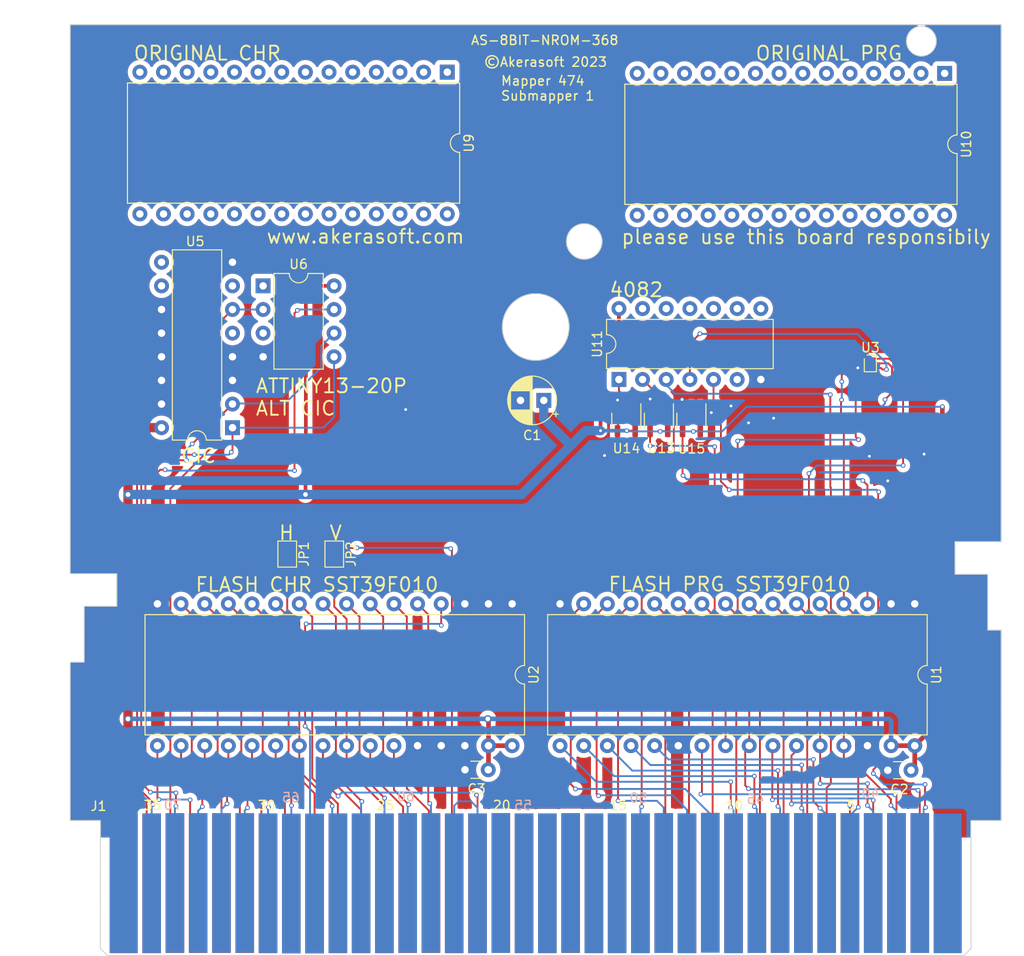
<source format=kicad_pcb>
(kicad_pcb (version 20221018) (generator pcbnew)
  (layers (0 "F.Cu" signal) (31 "B.Cu" signal) (34 "B.Paste" user) (35 "F.Paste" user) (36 "B.SilkS" user "B.Silkscreen") (37 "F.SilkS" user "F.Silkscreen") (38 "B.Mask" user) (39 "F.Mask" user) (44 "Edge.Cuts" user))
  (net 0 "")
  (net 2 "/CIC_CLK")
  (net 4 "GND")
  (net 5 "/CIC_MB")
  (net 6 "/CIC_CART")
  (net 7 "/CIC_RST")
  (net 8 "VCC")
  (net 9 "/PRG_A15")
  (net 10 "/CPU_A12")
  (net 11 "/CPU_A7")
  (net 12 "/CPU_A6")
  (net 13 "/CPU_A5")
  (net 14 "/CPU_A4")
  (net 15 "/CPU_A3")
  (net 16 "/CPU_A2")
  (net 17 "/CPU_A1")
  (net 18 "/CPU_A0")
  (net 19 "/CPU_D0")
  (net 20 "/CPU_D1")
  (net 21 "/CPU_D2")
  (net 22 "/CPU_D3")
  (net 23 "/CPU_D4")
  (net 24 "/CPU_D5")
  (net 25 "/CPU_D6")
  (net 26 "/CPU_D7")
  (net 27 "/CPU_A10")
  (net 28 "/~{OE}")
  (net 29 "/CPU_A11")
  (net 30 "/CPU_A9")
  (net 31 "/CPU_A8")
  (net 32 "/CPU_A13")
  (net 33 "/CPU_A14")
  (net 34 "/PPU_A12")
  (net 35 "/PPU_A7")
  (net 36 "/PPU_A6")
  (net 37 "/PPU_A5")
  (net 38 "/PPU_A4")
  (net 39 "/PPU_A3")
  (net 40 "/PPU_A2")
  (net 41 "/PPU_A1")
  (net 42 "/PPU_A0")
  (net 43 "/PPU_D0")
  (net 44 "/PPU_D1")
  (net 45 "/PPU_D2")
  (net 46 "/PPU_D3")
  (net 47 "/PPU_D4")
  (net 48 "/PPU_D5")
  (net 49 "/PPU_D6")
  (net 50 "/PPU_D7")
  (net 51 "/PPU_A13")
  (net 52 "/PPU_A10")
  (net 53 "/PPU_~{RD}")
  (net 54 "/PPU_A11")
  (net 55 "/PPU_A9")
  (net 56 "/PPU_A8")
  (net 57 "/~{ROMSEL}")
  (net 58 "/CPU_OR_A11_TO_A13")
  (net 59 "/M2")
  (net 61 "/CIC_RESET")
  (net 64 "/CPU_R~{W}")
  (net 71 "/CIRAM_A10")
  (net 79 "Net-(J1-CIRAM_~{CE})")
  (net 136 "/ALTOE")
  (net 137 "/~{ALTOE}")
  (footprint "Capacitor_THT:C_Disc_D3.0mm_W1.6mm_P2.50mm" (layer "F.Cu") (at 142.85 127.77 180)
    (fp_text reference "C2")
    (fp_text value "0.1uF")
  )
  (footprint "Package_DIP:DIP-32_W15.24mm" (layer "F.Cu") (at 100.0067 109.89 -90)
    (fp_text reference "U2")
    (fp_text value "SST39SF010")
  )
  (footprint "Library:NES72PinEdgeConnector2" (layer "F.Cu") (at 55.5866 132.1286)
    (fp_text reference "J1")
    (fp_text value "NES72PinConnector")
    (fp_line (start -3.0508 1.0467) (end 0.2002 1.0431) (stroke (width 0.1)) (layer "Edge.Cuts"))
    (fp_line (start 0.1881 14.7894) (end 0.2002 1.0431) (stroke (width 0.1)) (layer "Edge.Cuts"))
    (fp_line (start 0.1881 14.7894) (end 0.9501 15.5514) (stroke (width 0.1)) (layer "Edge.Cuts"))
    (fp_line (start 0.9501 15.5514) (end 92.9485 15.5454) (stroke (width 0.1)) (layer "Edge.Cuts"))
    (fp_line (start 92.9485 15.5454) (end 93.6994 14.7954) (stroke (width 0.1)) (layer "Edge.Cuts"))
    (fp_line (start 93.698 1.0453) (end 93.6994 14.7954) (stroke (width 0.1)) (layer "Edge.Cuts"))
    (fp_line (start 93.698 1.0453) (end 96.9497 1.0453) (stroke (width 0.1)) (layer "Edge.Cuts"))
  )
  (footprint "Jumper:SolderJumper-2_P1.3mm_Open_Pad1.0x1.5mm" (layer "F.Cu") (at 80.9 104.54 -90)
    (fp_text reference "JP2")
    (fp_text value "V")
  )
  (footprint "Package_TO_SOT_SMD:SOT-23-5" (layer "F.Cu") (at 115.77 90.19 -90)
    (fp_text reference "U13")
    (fp_text value "74AHC1G32")
  )
  (footprint "Package_DIP:DIP-16_W7.62mm" (layer "F.Cu") (at 69.97 90.96 180)
    (fp_text reference "U5")
    (fp_text value "~")
  )
  (footprint "Capacitor_THT:CP_Radial_D5.0mm_P2.50mm" (layer "F.Cu") (at 103.405113 88.03 180)
    (fp_text reference "C1")
    (fp_text value "22uF ELECTROLITIC")
  )
  (footprint "Package_DIP:DIP-32_W15.24mm" (layer "F.Cu") (at 143.25 109.89 -90)
    (fp_text reference "U1")
    (fp_text value "SST39SF010")
  )
  (footprint "Package_TO_SOT_SMD:SOT-886" (layer "F.Cu") (at 138.4808 84.0486)
    (fp_text reference "U3")
    (fp_text value "74LVC1G332")
  )
  (footprint "Capacitor_THT:C_Disc_D3.0mm_W1.6mm_P2.50mm" (layer "F.Cu") (at 97.44 127.72 180)
    (fp_text reference "C3")
    (fp_text value "0.1uF")
  )
  (footprint "Package_TO_SOT_SMD:SOT-23-5" (layer "F.Cu") (at 119.26 90.19 -90)
    (fp_text reference "U15")
    (fp_text value "74AHC1G04")
  )
  (footprint "Package_DIP:DIP-28_W15.24mm" (layer "F.Cu") (at 146.46 52.885 -90)
    (fp_text reference "U10")
    (fp_text value "MROM")
  )
  (footprint "Package_TO_SOT_SMD:SOT-23-5" (layer "F.Cu") (at 112.27 90.19 -90)
    (fp_text reference "U14")
    (fp_text value "74AHC1G04")
  )
  (footprint "Package_DIP:DIP-8_W7.62mm" (layer "F.Cu") (at 73.26 75.72)
    (fp_text reference "U6")
    (fp_text value "ATtiny13-20P")
  )
  (footprint "Jumper:SolderJumper-2_P1.3mm_Open_Pad1.0x1.5mm" (layer "F.Cu") (at 75.85 104.54 -90)
    (fp_text reference "JP1")
    (fp_text value "H")
  )
  (footprint "Package_DIP:DIP-28_W15.24mm" (layer "F.Cu") (at 93.04 52.755 -90)
    (fp_text reference "U9")
    (fp_text value "MROM")
  )
  (footprint "Package_DIP:DIP-14_W7.62mm" (layer "F.Cu") (at 111.475 85.78 90)
    (fp_text reference "U11")
    (fp_text value "4082")
  )
  (gr_line (start 152.5368 47.6449) (end 152.536 103.2051) (stroke (width 0.1)) (layer "Edge.Cuts"))
  (gr_line (start 57.5387 106.6459) (end 57.5388 110.1471) (stroke (width 0.1)) (layer "Edge.Cuts"))
  (gr_line (start 147.5821 103.2051) (end 152.536 103.2051) (stroke (width 0.1)) (layer "Edge.Cuts"))
  (gr_line (start 151.0836 112.7024) (end 152.5386 112.6997) (stroke (width 0.1)) (layer "Edge.Cuts"))
  (gr_line (start 147.5836 106.7034) (end 147.5821 103.2051) (stroke (width 0.1)) (layer "Edge.Cuts"))
  (gr_line (start 52.5376 47.6447) (end 152.5368 47.6449) (stroke (width 0.1)) (layer "Edge.Cuts"))
  (gr_circle (center 143.9597 49.419) (end 145.5613 49.419) (stroke (width 0.1)) (fill none) (layer "Edge.Cuts"))
  (gr_line (start 152.5363 133.1739) (end 152.5388 119.6494) (stroke (width 0.1)) (layer "Edge.Cuts"))
  (gr_line (start 152.5388 119.6494) (end 152.5386 112.6997) (stroke (width 0.1)) (layer "Edge.Cuts"))
  (gr_line (start 52.538 116.1433) (end 54.0388 116.146) (stroke (width 0.1)) (layer "Edge.Cuts"))
  (gr_line (start 54.0396 110.1462) (end 57.5388 110.1471) (stroke (width 0.1)) (layer "Edge.Cuts"))
  (gr_circle (center 107.7494 70.9483) (end 109.6544 70.9483) (stroke (width 0.1)) (fill none) (layer "Edge.Cuts"))
  (gr_line (start 54.0388 116.146) (end 54.0396 110.1462) (stroke (width 0.1)) (layer "Edge.Cuts"))
  (gr_circle (center 102.5366 80.1402) (end 106.1137 80.1402) (stroke (width 0.1)) (fill none) (layer "Edge.Cuts"))
  (gr_line (start 147.5836 106.7034) (end 151.0828 106.7025) (stroke (width 0.1)) (layer "Edge.Cuts"))
  (gr_line (start 52.5376 47.6447) (end 52.5391 106.6486) (stroke (width 0.1)) (layer "Edge.Cuts"))
  (gr_line (start 151.0828 106.7025) (end 151.0836 112.7024) (stroke (width 0.1)) (layer "Edge.Cuts"))
  (gr_line (start 52.5391 106.6486) (end 57.5387 106.6459) (stroke (width 0.1)) (layer "Edge.Cuts"))
  (gr_line (start 52.5358 133.1753) (end 52.538 116.1433) (stroke (width 0.1)) (layer "Edge.Cuts"))
  (gr_text "ORIGINAL CHR" (at 59.25 51.6) (layer "F.SilkS") (effects (font (size 1.5 1.5) (thickness 0.2)) (justify left bottom)))
  (gr_text "©Akerasoft 2023" (at 96.894474 52.2478) (layer "F.SilkS") (effects (font (size 1 1)) (justify left bottom)))
  (gr_text "CIC" (at 64.34 94.86) (layer "F.SilkS") (effects (font (size 1.5 1.5) (thickness 0.2)) (justify left bottom)))
  (gr_text "ORIGINAL PRG" (at 126.04 51.61) (layer "F.SilkS") (effects (font (size 1.5 1.5) (thickness 0.2)) (justify left bottom)))
  (gr_text "please use this board responsibily" (at 111.63 71.34) (layer "F.SilkS") (effects (font (size 1.5 1.5) (thickness 0.2)) (justify left bottom)))
  (gr_text "FLASH PRG SST39F010 " (at 110.24 108.66) (layer "F.SilkS") (effects (font (size 1.5 1.5) (thickness 0.2)) (justify left bottom)))
  (gr_text "AS-8BIT-NROM-368" (at 95.504 49.911) (layer "F.SilkS") (effects (font (size 1 1)) (justify left bottom)))
  (gr_text "ATTINY13-20P\nALT CIC" (at 72.3646 89.7636) (layer "F.SilkS") (effects (font (size 1.5 1.5) (thickness 0.2)) (justify left bottom)))
  (gr_text "4082" (at 110.35 77.02) (layer "F.SilkS") (effects (font (size 1.5 1.5) (thickness 0.2)) (justify left bottom)))
  (gr_text "V" (at 80.29 103.14) (layer "F.SilkS") (effects (font (size 1.5 1.5) (thickness 0.2)) (justify left bottom)))
  (gr_text "FLASH CHR SST39F010 " (at 65.88 108.7) (layer "F.SilkS") (effects (font (size 1.5 1.5) (thickness 0.2)) (justify left bottom)))
  (gr_text "www.akerasoft.com" (at 73.52 71.28) (layer "F.SilkS") (effects (font (size 1.5 1.5) (thickness 0.2)) (justify left bottom)))
  (gr_text "Mapper 474\nSubmapper 1" (at 98.7298 55.88) (layer "F.SilkS") (effects (font (size 1 1)) (justify left bottom)))
  (gr_text "H" (at 74.85 103.14) (layer "F.SilkS") (effects (font (size 1.5 1.5) (thickness 0.2)) (justify left bottom)))
  (segment (start 61.41 131.233604) (end 60.228198 130.051802) (width 0.2) (layer "F.Cu") (net 2))
  (segment (start 60.17 129.993604) (end 60.17 96.866396) (width 0.2) (layer "F.Cu") (net 2))
  (segment (start 67.12 91.23) (end 65.65 92.7) (width 0.2) (layer "F.Cu") (net 2))
  (segment (start 60.17 96.866396) (end 62.576896 94.4595) (width 0.2) (layer "F.Cu") (net 2))
  (segment (start 62.576896 94.4595) (end 65.02 94.4595) (width 0.2) (layer "F.Cu") (net 2))
  (segment (start 60.228198 130.051802) (end 60.17 129.993604) (width 0.2) (layer "F.Cu") (net 2))
  (segment (start 69.97 78.26) (end 67.12 81.11) (width 0.2) (layer "F.Cu") (net 2))
  (segment (start 67.12 81.11) (end 67.12 91.23) (width 0.2) (layer "F.Cu") (net 2))
  (segment (start 61.41 131.44) (end 61.41 131.233604) (width 0.2) (layer "F.Cu") (net 2))
  (via (at 65.02 94.4595) (size 0.5) (drill 0.3) (layers "F.Cu" "B.Cu") (net 2))
  (via (at 65.65 92.7) (size 0.5) (drill 0.3) (layers "F.Cu" "B.Cu") (net 2))
  (via (at 61.41 131.44) (size 0.5) (drill 0.3) (layers "F.Cu" "B.Cu") (net 2))
  (segment (start 65.02 94.4595) (end 65.02 93.33) (width 0.2) (layer "B.Cu") (net 2))
  (segment (start 69.97 78.26) (end 73.26 78.26) (width 0.2) (layer "B.Cu") (net 2))
  (segment (start 65.02 93.33) (end 65.65 92.7) (width 0.2) (layer "B.Cu") (net 2))
  (segment (start 61.2866 139.9036) (end 61.2866 131.5634) (width 0.2) (layer "B.Cu") (net 2))
  (segment (start 61.2866 131.5634) (end 61.41 131.44) (width 0.2) (layer "B.Cu") (net 2))
  (segment (start 138.1408 84.0486) (end 137.5918 84.0486) (width 0.2) (layer "F.Cu") (net 4))
  (segment (start 137.1092 84.5312) (end 137.16 84.4804) (width 0.2) (layer "F.Cu") (net 4))
  (segment (start 111.32 89.0525) (end 111.32 88) (width 0.2) (layer "F.Cu") (net 4))
  (segment (start 118.31 87.98) (end 118.26 87.93) (width 0.2) (layer "F.Cu") (net 4))
  (segment (start 137.1346 84.5312) (end 137.1092 84.5312) (width 0.2) (layer "F.Cu") (net 4))
  (segment (start 137.1346 84.5058) (end 137.1346 84.5312) (width 0.2) (layer "F.Cu") (net 4))
  (segment (start 114.82 89.0525) (end 114.82 87.89) (width 0.2) (layer "F.Cu") (net 4))
  (segment (start 118.31 89.0525) (end 118.31 87.98) (width 0.2) (layer "F.Cu") (net 4))
  (segment (start 137.5918 84.0486) (end 137.1346 84.5058) (width 0.2) (layer "F.Cu") (net 4))
  (segment (start 114.82 87.89) (end 114.83 87.88) (width 0.2) (layer "F.Cu") (net 4))
  (segment (start 111.32 88) (end 111.33 87.99) (width 0.2) (layer "F.Cu") (net 4))
  (via (at 121.4 89.34) (size 0.5) (drill 0.3) (layers "F.Cu" "B.Cu") (net 4))
  (via (at 137.1346 84.5312) (size 0.5) (drill 0.3) (layers "F.Cu" "B.Cu") (net 4))
  (via (at 144.25 93.8) (size 0.5) (drill 0.3) (layers "F.Cu" "B.Cu") (net 4))
  (via (at 118.26 87.93) (size 0.5) (drill 0.3) (layers "F.Cu" "B.Cu") (net 4))
  (via (at 128.09 89.94) (size 0.5) (drill 0.3) (layers "F.Cu" "B.Cu") (net 4))
  (via (at 125.4 90.44) (size 0.5) (drill 0.3) (layers "F.Cu" "B.Cu") (net 4))
  (via (at 88.57 89.01) (size 0.5) (drill 0.3) (layers "F.Cu" "B.Cu") (net 4))
  (via (at 138.38 94.03) (size 0.5) (drill 0.3) (layers "F.Cu" "B.Cu") (net 4))
  (via (at 111.33 87.99) (size 0.5) (drill 0.3) (layers "F.Cu" "B.Cu") (net 4))
  (via (at 123.51 88.62) (size 0.5) (drill 0.3) (layers "F.Cu" "B.Cu") (net 4))
  (via (at 140.35 96.67) (size 0.5) (drill 0.3) (layers "F.Cu" "B.Cu") (net 4))
  (via (at 109.93 93.95) (size 0.5) (drill 0.3) (layers "F.Cu" "B.Cu") (net 4))
  (via (at 114.83 87.88) (size 0.5) (drill 0.3) (layers "F.Cu" "B.Cu") (net 4))
  (segment (start 73.74 83.42) (end 69.97 83.42) (width 0.2) (layer "B.Cu") (net 4))
  (segment (start 69.97 93.46) (end 69.97 90.96) (width 0.2) (layer "F.Cu") (net 5))
  (segment (start 69.84 93.59) (end 69.97 93.46) (width 0.2) (layer "F.Cu") (net 5))
  (segment (start 60.7567 139.3987) (end 60.7567 131.2167) (width 0.2) (layer "F.Cu") (net 5))
  (segment (start 59.72 130.18) (end 59.72 96.68) (width 0.2) (layer "F.Cu") (net 5))
  (segment (start 60.7567 131.2167) (end 59.72 130.18) (width 0.2) (layer "F.Cu") (net 5))
  (segment (start 62.54 93.86) (end 65.87 93.86) (width 0.2) (layer "F.Cu") (net 5))
  (segment (start 59.72 96.68) (end 62.54 93.86) (width 0.2) (layer "F.Cu") (net 5))
  (via (at 69.84 93.59) (size 0.5) (drill 0.3) (layers "F.Cu" "B.Cu") (net 5))
  (via (at 65.87 93.86) (size 0.5) (drill 0.3) (layers "F.Cu" "B.Cu") (net 5))
  (segment (start 69.57 93.86) (end 69.84 93.59) (width 0.2) (layer "B.Cu") (net 5))
  (segment (start 80.88 89.82) (end 79.74 90.96) (width 0.2) (layer "B.Cu") (net 5))
  (segment (start 80.88 83.34) (end 80.88 89.82) (width 0.2) (layer "B.Cu") (net 5))
  (segment (start 79.74 90.96) (end 69.97 90.96) (width 0.2) (layer "B.Cu") (net 5))
  (segment (start 65.87 93.86) (end 69.57 93.86) (width 0.2) (layer "B.Cu") (net 5))
  (segment (start 63.2967 139.4137) (end 63.2967 97.5033) (width 0.2) (layer "F.Cu") (net 6))
  (segment (start 68.26 92.54) (end 68.26 90.13) (width 0.2) (layer "F.Cu") (net 6))
  (segment (start 68.26 90.13) (end 69.97 88.42) (width 0.2) (layer "F.Cu") (net 6))
  (segment (start 63.2967 97.5033) (end 68.26 92.54) (width 0.2) (layer "F.Cu") (net 6))
  (segment (start 80.88 80.8) (end 79.51 82.17) (width 0.2) (layer "B.Cu") (net 6))
  (segment (start 70.03 88.36) (end 75.62 88.36) (width 0.2) (layer "B.Cu") (net 6))
  (segment (start 79.51 82.17) (end 79.51 84.47) (width 0.2) (layer "B.Cu") (net 6))
  (segment (start 79.51 84.47) (end 75.62 88.36) (width 0.2) (layer "B.Cu") (net 6))
  (segment (start 76.63 95.57) (end 76.63 78.66) (width 0.2) (layer "F.Cu") (net 7))
  (segment (start 60.62 97.07) (end 60.62 129.595782) (width 0.2) (layer "F.Cu") (net 7))
  (segment (start 76.63 78.66) (end 76.94 78.35) (width 0.2) (layer "F.Cu") (net 7))
  (segment (start 62.73 95.48) (end 62.21 95.48) (width 0.2) (layer "F.Cu") (net 7))
  (segment (start 63.8962 130.21) (end 63.8962 131.63) (width 0.2) (layer "F.Cu") (net 7))
  (segment (start 60.62 129.595782) (end 61.152109 130.127891) (width 0.2) (layer "F.Cu") (net 7))
  (segment (start 62.21 95.48) (end 60.62 97.07) (width 0.2) (layer "F.Cu") (net 7))
  (via (at 62.73 95.48) (size 0.5) (drill 0.3) (layers "F.Cu" "B.Cu") (net 7))
  (via (at 63.8962 131.63) (size 0.5) (drill 0.3) (layers "F.Cu" "B.Cu") (net 7))
  (via (at 63.8962 130.21) (size 0.5) (drill 0.3) (layers "F.Cu" "B.Cu") (net 7))
  (via (at 76.94 78.35) (size 0.5) (drill 0.3) (layers "F.Cu" "B.Cu") (net 7))
  (via (at 76.63 95.57) (size 0.5) (drill 0.3) (layers "F.Cu" "B.Cu") (net 7))
  (via (at 61.152109 130.127891) (size 0.5) (drill 0.3) (layers "F.Cu" "B.Cu") (net 7))
  (segment (start 61.152109 130.127891) (end 63.814091 130.127891) (width 0.2) (layer "B.Cu") (net 7))
  (segment (start 77.03 78.26) (end 80.88 78.26) (width 0.2) (layer "B.Cu") (net 7))
  (segment (start 76.94 78.35) (end 77.03 78.26) (width 0.2) (layer "B.Cu") (net 7))
  (segment (start 62.82 95.57) (end 62.73 95.48) (width 0.2) (layer "B.Cu") (net 7))
  (segment (start 76.63 95.57) (end 62.82 95.57) (width 0.2) (layer "B.Cu") (net 7))
  (segment (start 63.7866 139.8786) (end 63.7866 131.7396) (width 0.2) (layer "B.Cu") (net 7))
  (segment (start 63.814091 130.127891) (end 63.8962 130.21) (width 0.2) (layer "B.Cu") (net 7))
  (segment (start 63.7866 131.7396) (end 63.8962 131.63) (width 0.2) (layer "B.Cu") (net 7))
  (segment (start 58.75 98.14) (end 58.75 122.25) (width 1) (layer "F.Cu") (net 8))
  (segment (start 146.215 88.7) (end 146.215 122.165) (width 0.5) (layer "F.Cu") (net 8))
  (segment (start 58.75 122.25) (end 58.75 128.89) (width 1) (layer "F.Cu") (net 8))
  (segment (start 140.0556 87.9348) (end 140.808 87.1824) (width 0.2) (layer "F.Cu") (net 8))
  (segment (start 140.71 125.13) (end 143.25 125.13) (width 0.5) (layer "F.Cu") (net 8))
  (segment (start 58.2866 129.3534) (end 58.2866 139.9286) (width 1) (layer "F.Cu") (net 8))
  (segment (start 115.9425 91.3275) (end 115.91 91.36) (width 0.2) (layer "F.Cu") (net 8))
  (segment (start 60.3 90.96) (end 58.75 92.51) (width 1) (layer "F.Cu") (net 8))
  (segment (start 140.808 84.460471) (end 140.396129 84.0486) (width 0.2) (layer "F.Cu") (net 8))
  (segment (start 78.98 75.72) (end 77.81 76.89) (width 0.4) (layer "F.Cu") (net 8))
  (segment (start 77.85 96.1) (end 77.81 96.14) (width 0.4) (layer "F.Cu") (net 8))
  (segment (start 58.75 128.89) (end 58.2866 129.3534) (width 1) (layer "F.Cu") (net 8))
  (segment (start 109.5 82.74) (end 111.475 80.765) (width 0.4) (layer "F.Cu") (net 8))
  (segment (start 97.4667 125.13) (end 97.4667 127.6933) (width 0.5) (layer "F.Cu") (net 8))
  (segment (start 109.5 91.28) (end 109.5 82.74) (width 0.4) (layer "F.Cu") (net 8))
  (segment (start 140.808 87.1824) (end 140.808 84.460471) (width 0.2) (layer "F.Cu") (net 8))
  (segment (start 143.25 127.37) (end 142.85 127.77) (width 0.5) (layer "F.Cu") (net 8))
  (segment (start 119.5025 91.3275) (end 119.47 91.36) (width 0.2) (layer "F.Cu") (net 8))
  (segment (start 140.396129 84.0486) (end 138.8208 84.0486) (width 0.2) (layer "F.Cu") (net 8))
  (segment (start 97.4667 122.3267) (end 97.39 122.25) (width 0.5) (layer "F.Cu") (net 8))
  (segment (start 77.81 96.14) (end 77.81 98.14) (width 0.4) (layer "F.Cu") (net 8))
  (segment (start 120.21 91.3275) (end 119.5025 91.3275) (width 0.2) (layer "F.Cu") (net 8))
  (segment (start 111.475 80.765) (end 111.475 78.16) (width 0.4) (layer "F.Cu") (net 8))
  (segment (start 143.25 125.13) (end 143.25 127.37) (width 0.5) (layer "F.Cu") (net 8))
  (segment (start 112.31 91.28) (end 113.1725 91.28) (width 0.2) (layer "F.Cu") (net 8))
  (segment (start 77.85 76.93) (end 77.85 96.1) (width 0.4) (layer "F.Cu") (net 8))
  (segment (start 146.215 122.165) (end 143.25 125.13) (width 0.5) (layer "F.Cu") (net 8))
  (segment (start 100.0067 125.13) (end 97.4667 125.13) (width 0.5) (layer "F.Cu") (net 8))
  (segment (start 62.35 90.96) (end 60.3 90.96) (width 1) (layer "F.Cu") (net 8))
  (segment (start 80.88 75.72) (end 78.98 75.72) (width 0.4) (layer "F.Cu") (net 8))
  (segment (start 58.75 92.51) (end 58.75 98.14) (width 1) (layer "F.Cu") (net 8))
  (segment (start 77.81 76.89) (end 77.85 76.93) (width 0.4) (layer "F.Cu") (net 8))
  (segment (start 97.4667 125.13) (end 97.4667 122.3267) (width 0.5) (layer "F.Cu") (net 8))
  (segment (start 116.72 91.3275) (end 115.9425 91.3275) (width 0.2) (layer "F.Cu") (net 8))
  (via (at 77.81 98.14) (size 0.8) (drill 0.5) (layers "F.Cu" "B.Cu") (net 8))
  (via (at 58.75 98.14) (size 0.8) (drill 0.5) (layers "F.Cu" "B.Cu") (net 8))
  (via (at 115.91 91.36) (size 0.5) (drill 0.3) (layers "F.Cu" "B.Cu") (net 8))
  (via (at 119.47 91.36) (size 0.5) (drill 0.3) (layers "F.Cu" "B.Cu") (net 8))
  (via (at 146.215 88.7) (size 0.5) (drill 0.3) (layers "F.Cu" "B.Cu") (net 8))
  (via (at 58.75 122.25) (size 0.8) (drill 0.5) (layers "F.Cu" "B.Cu") (net 8))
  (via (at 112.31 91.28) (size 0.5) (drill 0.3) (layers "F.Cu" "B.Cu") (net 8))
  (via (at 97.39 122.25) (size 0.8) (drill 0.5) (layers "F.Cu" "B.Cu") (net 8))
  (via (at 140.0556 87.9348) (size 0.5) (drill 0.3) (layers "F.Cu" "B.Cu") (net 8))
  (via (at 109.5 91.28) (size 0.5) (drill 0.3) (layers "F.Cu" "B.Cu") (net 8))
  (segment (start 140.71 122.48) (end 140.71 125.13) (width 0.5) (layer "B.Cu") (net 8))
  (segment (start 115.91 91.36) (end 119.47 91.36) (width 0.2) (layer "B.Cu") (net 8))
  (segment (start 140.48 122.25) (end 140.71 122.48) (width 0.5) (layer "B.Cu") (net 8))
  (segment (start 103.405113 88.03) (end 103.405113 89.975113) (width 1) (layer "B.Cu") (net 8))
  (segment (start 139.7 88.71) (end 146.205 88.71) (width 0.2) (layer "B.Cu") (net 8))
  (segment (start 112.39 91.36) (end 112.31 91.28) (width 0.2) (layer "B.Cu") (net 8))
  (segment (start 115.91 91.36) (end 112.39 91.36) (width 0.2) (layer "B.Cu") (net 8))
  (segment (start 107.9 91.28) (end 106.305 92.875) (width 1) (layer "B.Cu") (net 8))
  (segment (start 125.2 88.71) (end 139.7 88.71) (width 0.2) (layer "B.Cu") (net 8))
  (segment (start 77.81 98.14) (end 58.75 98.14) (width 1) (layer "B.Cu") (net 8))
  (segment (start 103.405113 89.975113) (end 106.305 92.875) (width 1) (layer "B.Cu") (net 8))
  (segment (start 146.205 88.71) (end 146.215 88.7) (width 0.2) (layer "B.Cu") (net 8))
  (segment (start 109.5 91.28) (end 112.31 91.28) (width 0.4) (layer "B.Cu") (net 8))
  (segment (start 122.55 91.36) (end 125.2 88.71) (width 0.2) (layer "B.Cu") (net 8))
  (segment (start 101.04 98.14) (end 77.81 98.14) (width 1) (layer "B.Cu") (net 8))
  (segment (start 97.39 122.25) (end 58.75 122.25) (width 0.5) (layer "B.Cu") (net 8))
  (segment (start 140.0556 88.3544) (end 139.7 88.71) (width 0.2) (layer "B.Cu") (net 8))
  (segment (start 109.5 91.28) (end 107.9 91.28) (width 1) (layer "B.Cu") (net 8))
  (segment (start 106.305 92.875) (end 101.04 98.14) (width 1) (layer "B.Cu") (net 8))
  (segment (start 97.39 122.25) (end 140.48 122.25) (width 0.5) (layer "B.Cu") (net 8))
  (segment (start 140.0556 87.9348) (end 140.0556 88.3544) (width 0.2) (layer "B.Cu") (net 8))
  (segment (start 119.47 91.36) (end 122.55 91.36) (width 0.2) (layer "B.Cu") (net 8))
  (segment (start 118.31 91.3275) (end 118.31 96.05) (width 0.2) (layer "F.Cu") (net 9))
  (segment (start 138.17 97.14) (end 138.17 109.89) (width 0.2) (layer "F.Cu") (net 9))
  (segment (start 137.67 96.64) (end 138.17 97.14) (width 0.2) (layer "F.Cu") (net 9))
  (segment (start 118.31 96.05) (end 118.36 96.1) (width 0.2) (layer "F.Cu") (net 9))
  (via (at 118.36 96.1) (size 0.5) (drill 0.3) (layers "F.Cu" "B.Cu") (net 9))
  (via (at 137.67 96.64) (size 0.5) (drill 0.3) (layers "F.Cu" "B.Cu") (net 9))
  (segment (start 118.76 96.5) (end 137.53 96.5) (width 0.2) (layer "B.Cu") (net 9))
  (segment (start 137.53 96.5) (end 137.67 96.64) (width 0.2) (layer "B.Cu") (net 9))
  (segment (start 118.36 96.1) (end 118.76 96.5) (width 0.2) (layer "B.Cu") (net 9))
  (segment (start 136.94 111.2) (end 135.63 109.89) (width 0.2) (layer "F.Cu") (net 10))
  (segment (start 135.63 90.908529) (end 135.33 90.608529) (width 0.2) (layer "F.Cu") (net 10))
  (segment (start 140.6871 131.55) (end 140.6871 130.879071) (width 0.2) (layer "F.Cu") (net 10))
  (segment (start 135.4074 86.0044) (end 135.4074 85.3186) (width 0.2) (layer "F.Cu") (net 10))
  (segment (start 135.33 88.03) (end 135.39 87.97) (width 0.2) (layer "F.Cu") (net 10))
  (segment (start 135.4074 85.3186) (end 137.1774 83.5486) (width 0.2) (layer "F.Cu") (net 10))
  (segment (start 137.1774 83.5486) (end 138.1408 83.5486) (width 0.2) (layer "F.Cu") (net 10))
  (segment (start 136.94 127.131971) (end 136.94 111.2) (width 0.2) (layer "F.Cu") (net 10))
  (segment (start 135.33 90.608529) (end 135.33 88.03) (width 0.2) (layer "F.Cu") (net 10))
  (segment (start 135.63 90.908529) (end 135.63 109.89) (width 0.2) (layer "F.Cu") (net 10))
  (segment (start 140.6871 130.879071) (end 136.94 127.131971) (width 0.2) (layer "F.Cu") (net 10))
  (via (at 135.4074 86.0044) (size 0.5) (drill 0.3) (layers "F.Cu" "B.Cu") (net 10))
  (via (at 135.39 87.97) (size 0.5) (drill 0.3) (layers "F.Cu" "B.Cu") (net 10))
  (via (at 140.6871 131.55) (size 0.5) (drill 0.3) (layers "F.Cu" "B.Cu") (net 10))
  (segment (start 141.2866 132.1495) (end 140.6871 131.55) (width 0.2) (layer "B.Cu") (net 10))
  (segment (start 135.4074 87.9526) (end 135.39 87.97) (width 0.2) (layer "B.Cu") (net 10))
  (segment (start 135.4074 86.0044) (end 135.4074 87.9526) (width 0.2) (layer "B.Cu") (net 10))
  (segment (start 141.2866 139.9036) (end 141.2866 132.1495) (width 0.2) (layer "B.Cu") (net 10))
  (segment (start 134.24 111.04) (end 134.24 129.2) (width 0.2) (layer "F.Cu") (net 11))
  (segment (start 134.24 129.2) (end 133.7866 129.6534) (width 0.2) (layer "F.Cu") (net 11))
  (segment (start 134.24 111.04) (end 133.09 109.89) (width 0.2) (layer "F.Cu") (net 11))
  (segment (start 133.7866 129.6534) (end 133.7866 139.8786) (width 0.2) (layer "F.Cu") (net 11))
  (segment (start 130.55 109.89) (end 131.7 111.04) (width 0.2) (layer "F.Cu") (net 12))
  (segment (start 131.7 111.04) (end 131.7 139.4652) (width 0.2) (layer "F.Cu") (net 12))
  (segment (start 129.16 111.04) (end 129.16 139.5052) (width 0.2) (layer "F.Cu") (net 13))
  (segment (start 128.01 109.89) (end 129.16 111.04) (width 0.2) (layer "F.Cu") (net 13))
  (segment (start 126.62 111.04) (end 126.62 139.5452) (width 0.2) (layer "F.Cu") (net 14))
  (segment (start 125.47 109.89) (end 126.62 111.04) (width 0.2) (layer "F.Cu") (net 14))
  (segment (start 122.93 109.89) (end 124.08 111.04) (width 0.2) (layer "F.Cu") (net 15))
  (segment (start 124.08 111.04) (end 124.08 139.6102) (width 0.2) (layer "F.Cu") (net 15))
  (segment (start 121.54 111.04) (end 121.54 139.6002) (width 0.2) (layer "F.Cu") (net 16))
  (segment (start 120.39 109.89) (end 121.54 111.04) (width 0.2) (layer "F.Cu") (net 16))
  (segment (start 117.85 109.89) (end 119 111.04) (width 0.2) (layer "F.Cu") (net 17))
  (segment (start 119 111.04) (end 119 139.6902) (width 0.2) (layer "F.Cu") (net 17))
  (segment (start 115.31 109.89) (end 116.46 111.04) (width 0.2) (layer "F.Cu") (net 18))
  (segment (start 116.46 111.04) (end 116.46 139.7052) (width 0.2) (layer "F.Cu") (net 18))
  (segment (start 112.77 109.89) (end 111.38 111.28) (width 0.2) (layer "F.Cu") (net 19))
  (segment (start 111.38 111.28) (end 111.38 131.06) (width 0.2) (layer "F.Cu") (net 19))
  (via (at 111.38 131.06) (size 0.5) (drill 0.3) (layers "F.Cu" "B.Cu") (net 19))
  (segment (start 115.56 131.06) (end 116.2866 131.7866) (width 0.2) (layer "B.Cu") (net 19))
  (segment (start 111.38 131.06) (end 115.56 131.06) (width 0.2) (layer "B.Cu") (net 19))
  (segment (start 116.2866 131.7866) (end 116.2866 139.9036) (width 0.2) (layer "B.Cu") (net 19))
  (segment (start 110.23 109.89) (end 109.08 111.04) (width 0.2) (layer "F.Cu") (net 20))
  (segment (start 109.08 130.3) (end 109.29 130.51) (width 0.2) (layer "F.Cu") (net 20))
  (segment (start 109.08 111.04) (end 109.08 130.3) (width 0.2) (layer "F.Cu") (net 20))
  (via (at 109.29 130.51) (size 0.5) (drill 0.3) (layers "F.Cu" "B.Cu") (net 20))
  (segment (start 109.34 130.46) (end 117.26 130.46) (width 0.2) (layer "B.Cu") (net 20))
  (segment (start 118.35 131.55) (end 118.35 131.58) (width 0.2) (layer "B.Cu") (net 20))
  (segment (start 117.26 130.46) (end 118.35 131.55) (width 0.2) (layer "B.Cu") (net 20))
  (segment (start 118.35 131.58) (end 118.7866 132.0166) (width 0.2) (layer "B.Cu") (net 20))
  (segment (start 109.29 130.51) (end 109.34 130.46) (width 0.2) (layer "B.Cu") (net 20))
  (segment (start 118.7866 132.0166) (end 118.7866 139.9286) (width 0.2) (layer "B.Cu") (net 20))
  (segment (start 106.3 129.27) (end 106.81 129.78) (width 0.2) (layer "F.Cu") (net 21))
  (segment (start 107.69 109.89) (end 106.3 111.28) (width 0.2) (layer "F.Cu") (net 21))
  (segment (start 106.3 111.28) (end 106.3 129.27) (width 0.2) (layer "F.Cu") (net 21))
  (via (at 106.81 129.78) (size 0.5) (drill 0.3) (layers "F.Cu" "B.Cu") (net 21))
  (segment (start 118.59 129.78) (end 121.2866 132.4766) (width 0.2) (layer "B.Cu") (net 21))
  (segment (start 106.81 129.78) (end 118.59 129.78) (width 0.2) (layer "B.Cu") (net 21))
  (segment (start 123.4805 131.77) (end 123.4805 129.008) (width 0.2) (layer "F.Cu") (net 22))
  (via (at 123.4805 131.77) (size 0.5) (drill 0.3) (layers "F.Cu" "B.Cu") (net 22))
  (via (at 123.4805 129.008) (size 0.5) (drill 0.3) (layers "F.Cu" "B.Cu") (net 22))
  (segment (start 109.028 129.008) (end 105.15 125.13) (width 0.2) (layer "B.Cu") (net 22))
  (segment (start 123.7866 132.0761) (end 123.4805 131.77) (width 0.2) (layer "B.Cu") (net 22))
  (segment (start 123.7866 139.9286) (end 123.7866 132.0761) (width 0.2) (layer "B.Cu") (net 22))
  (segment (start 123.4805 129.008) (end 109.028 129.008) (width 0.2) (layer "B.Cu") (net 22))
  (segment (start 126.0205 131.67) (end 126.0205 128.4085) (width 0.2) (layer "F.Cu") (net 23))
  (via (at 126.0205 128.4085) (size 0.5) (drill 0.3) (layers "F.Cu" "B.Cu") (net 23))
  (via (at 126.0205 131.67) (size 0.5) (drill 0.3) (layers "F.Cu" "B.Cu") (net 23))
  (segment (start 126.2866 131.9361) (end 126.0205 131.67) (width 0.2) (layer "B.Cu") (net 23))
  (segment (start 110.9685 128.4085) (end 107.69 125.13) (width 0.2) (layer "B.Cu") (net 23))
  (segment (start 126.2866 139.9036) (end 126.2866 131.9361) (width 0.2) (layer "B.Cu") (net 23))
  (segment (start 126.0205 128.4085) (end 110.9685 128.4085) (width 0.2) (layer "B.Cu") (net 23))
  (segment (start 128.5605 127.8195) (end 128.55 127.809) (width 0.2) (layer "F.Cu") (net 24))
  (segment (start 128.5605 131.65) (end 128.5605 127.8195) (width 0.2) (layer "F.Cu") (net 24))
  (via (at 128.5605 131.65) (size 0.5) (drill 0.3) (layers "F.Cu" "B.Cu") (net 24))
  (via (at 128.55 127.809) (size 0.5) (drill 0.3) (layers "F.Cu" "B.Cu") (net 24))
  (segment (start 128.7866 131.8761) (end 128.5605 131.65) (width 0.2) (layer "B.Cu") (net 24))
  (segment (start 112.909 127.809) (end 110.23 125.13) (width 0.2) (layer "B.Cu") (net 24))
  (segment (start 128.55 127.809) (end 112.909 127.809) (width 0.2) (layer "B.Cu") (net 24))
  (segment (start 128.7866 139.9036) (end 128.7866 131.8761) (width 0.2) (layer "B.Cu") (net 24))
  (segment (start 131.1 131.8495) (end 131.1 127.2095) (width 0.2) (layer "F.Cu") (net 25))
  (via (at 131.1 131.8495) (size 0.5) (drill 0.3) (layers "F.Cu" "B.Cu") (net 25))
  (via (at 131.1 127.2095) (size 0.5) (drill 0.3) (layers "F.Cu" "B.Cu") (net 25))
  (segment (start 114.8495 127.2095) (end 112.77 125.13) (width 0.2) (layer "B.Cu") (net 25))
  (segment (start 131.2866 139.9036) (end 131.2866 132.0361) (width 0.2) (layer "B.Cu") (net 25))
  (segment (start 131.1 127.2095) (end 114.8495 127.2095) (width 0.2) (layer "B.Cu") (net 25))
  (segment (start 131.2866 132.0361) (end 131.1 131.8495) (width 0.2) (layer "B.Cu") (net 25))
  (segment (start 133.08 131.8495) (end 132.36 131.1295) (width 0.2) (layer "F.Cu") (net 26))
  (segment (start 132.36 131.1295) (end 132.36 126.61) (width 0.2) (layer "F.Cu") (net 26))
  (via (at 133.08 131.8495) (size 0.5) (drill 0.3) (layers "F.Cu" "B.Cu") (net 26))
  (via (at 132.36 126.61) (size 0.5) (drill 0.3) (layers "F.Cu" "B.Cu") (net 26))
  (segment (start 115.31 125.13) (end 116.79 126.61) (width 0.2) (layer "B.Cu") (net 26))
  (segment (start 133.7866 132.5561) (end 133.08 131.8495) (width 0.2) (layer "B.Cu") (net 26))
  (segment (start 116.79 126.61) (end 132.36 126.61) (width 0.2) (layer "B.Cu") (net 26))
  (segment (start 120.39 130.23) (end 120.39 125.13) (width 0.2) (layer "F.Cu") (net 27))
  (segment (start 141.2866 130.5766) (end 141.12 130.41) (width 0.2) (layer "F.Cu") (net 27))
  (segment (start 120.28 130.34) (end 120.39 130.23) (width 0.2) (layer "F.Cu") (net 27))
  (segment (start 141.2866 139.8786) (end 141.2866 130.5766) (width 0.2) (layer "F.Cu") (net 27))
  (via (at 120.28 130.34) (size 0.5) (drill 0.3) (layers "F.Cu" "B.Cu") (net 27))
  (via (at 141.12 130.41) (size 0.5) (drill 0.3) (layers "F.Cu" "B.Cu") (net 27))
  (segment (start 141.06 130.35) (end 120.29 130.35) (width 0.2) (layer "B.Cu") (net 27))
  (segment (start 120.29 130.35) (end 120.28 130.34) (width 0.2) (layer "B.Cu") (net 27))
  (segment (start 141.12 130.41) (end 141.06 130.35) (width 0.2) (layer "B.Cu") (net 27))
  (segment (start 121.76 93) (end 121.76 110.623604) (width 0.2) (layer "F.Cu") (net 28))
  (segment (start 114.82 92.9) (end 114.83 92.91) (width 0.2) (layer "F.Cu") (net 28))
  (segment (start 122.93 111.793604) (end 122.93 125.13) (width 0.2) (layer "F.Cu") (net 28))
  (segment (start 114.82 91.3275) (end 114.82 92.9) (width 0.2) (layer "F.Cu") (net 28))
  (segment (start 121.76 110.623604) (end 122.93 111.793604) (width 0.2) (layer "F.Cu") (net 28))
  (via (at 121.76 93) (size 0.5) (drill 0.3) (layers "F.Cu" "B.Cu") (net 28))
  (via (at 114.83 92.91) (size 0.5) (drill 0.3) (layers "F.Cu" "B.Cu") (net 28))
  (segment (start 121.67 92.91) (end 121.76 93) (width 0.2) (layer "B.Cu") (net 28))
  (segment (start 114.83 92.91) (end 121.67 92.91) (width 0.2) (layer "B.Cu") (net 28))
  (segment (start 124.23 110.553604) (end 125.47 111.793604) (width 0.2) (layer "F.Cu") (net 29))
  (segment (start 143.7866 139.8786) (end 143.7866 130.1066) (width 0.2) (layer "F.Cu") (net 29))
  (segment (start 125.47 111.793604) (end 125.47 125.13) (width 0.2) (layer "F.Cu") (net 29))
  (segment (start 124.23 92.39) (end 124.23 110.553604) (width 0.2) (layer "F.Cu") (net 29))
  (segment (start 125.04 125.56) (end 125.04 129.4005) (width 0.2) (layer "F.Cu") (net 29))
  (segment (start 136.906 91.946) (end 137.21 92.25) (width 0.2) (layer "F.Cu") (net 29))
  (segment (start 138.1408 84.5486) (end 136.906 85.7834) (width 0.2) (layer "F.Cu") (net 29))
  (segment (start 143.7866 130.1066) (end 143.6 129.92) (width 0.2) (layer "F.Cu") (net 29))
  (segment (start 125.04 129.4005) (end 125.39 129.7505) (width 0.2) (layer "F.Cu") (net 29))
  (segment (start 136.906 85.7834) (end 136.906 91.946) (width 0.2) (layer "F.Cu") (net 29))
  (via (at 137.21 92.25) (size 0.5) (drill 0.3) (layers "F.Cu" "B.Cu") (net 29))
  (via (at 124.23 92.39) (size 0.5) (drill 0.3) (layers "F.Cu" "B.Cu") (net 29))
  (via (at 143.6 129.92) (size 0.5) (drill 0.3) (layers "F.Cu" "B.Cu") (net 29))
  (via (at 125.39 129.7505) (size 0.5) (drill 0.3) (layers "F.Cu" "B.Cu") (net 29))
  (segment (start 137.21 92.25) (end 124.37 92.25) (width 0.2) (layer "B.Cu") (net 29))
  (segment (start 124.37 92.25) (end 124.23 92.39) (width 0.2) (layer "B.Cu") (net 29))
  (segment (start 125.4495 129.81) (end 125.39 129.7505) (width 0.2) (layer "B.Cu") (net 29))
  (segment (start 143.6 129.92) (end 143.49 129.81) (width 0.2) (layer "B.Cu") (net 29))
  (segment (start 143.49 129.81) (end 125.4495 129.81) (width 0.2) (layer "B.Cu") (net 29))
  (segment (start 138.7866 139.8786) (end 138.7866 131.0034) (width 0.2) (layer "F.Cu") (net 30))
  (segment (start 138.7866 131.0034) (end 138.79 131) (width 0.2) (layer "F.Cu") (net 30))
  (segment (start 127.96 130.95) (end 127.95 130.94) (width 0.2) (layer "F.Cu") (net 30))
  (segment (start 127.95 130.94) (end 127.95 125.19) (width 0.2) (layer "F.Cu") (net 30))
  (via (at 138.79 131) (size 0.5) (drill 0.3) (layers "F.Cu" "B.Cu") (net 30))
  (via (at 127.96 130.95) (size 0.5) (drill 0.3) (layers "F.Cu" "B.Cu") (net 30))
  (segment (start 138.59 130.8) (end 138.79 131) (width 0.2) (layer "B.Cu") (net 30))
  (segment (start 127.96 130.95) (end 127.96 130.91) (width 0.2) (layer "B.Cu") (net 30))
  (segment (start 127.96 130.91) (end 128.07 130.8) (width 0.2) (layer "B.Cu") (net 30))
  (segment (start 128.07 130.8) (end 138.59 130.8) (width 0.2) (layer "B.Cu") (net 30))
  (segment (start 136.2866 131.5666) (end 136.28 131.56) (width 0.2) (layer "F.Cu") (net 31))
  (segment (start 130.01 131.3995) (end 130.01 126.19) (width 0.2) (layer "F.Cu") (net 31))
  (segment (start 136.2866 139.8786) (end 136.2866 131.5666) (width 0.2) (layer "F.Cu") (net 31))
  (segment (start 130.01 126.19) (end 130.55 125.65) (width 0.2) (layer "F.Cu") (net 31))
  (via (at 136.28 131.56) (size 0.5) (drill 0.3) (layers "F.Cu" "B.Cu") (net 31))
  (via (at 130.01 131.3995) (size 0.5) (drill 0.3) (layers "F.Cu" "B.Cu") (net 31))
  (segment (start 135.97 131.25) (end 136.28 131.56) (width 0.2) (layer "B.Cu") (net 31))
  (segment (start 130.1595 131.25) (end 135.97 131.25) (width 0.2) (layer "B.Cu") (net 31))
  (segment (start 130.1595 131.25) (end 130.01 131.3995) (width 0.2) (layer "B.Cu") (net 31))
  (segment (start 133.09 125.13) (end 133.09 129.2105) (width 0.2) (layer "F.Cu") (net 32))
  (segment (start 131.88 110.583604) (end 133.09 111.793604) (width 0.2) (layer "F.Cu") (net 32))
  (segment (start 142 85.016075) (end 142 95.02) (width 0.2) (layer "F.Cu") (net 32))
  (segment (start 131.88 95.88) (end 131.88 110.583604) (width 0.2) (layer "F.Cu") (net 32))
  (segment (start 138.17 129.2105) (end 138.17 131.56) (width 0.2) (layer "F.Cu") (net 32))
  (segment (start 140.532525 83.5486) (end 142 85.016075) (width 0.2) (layer "F.Cu") (net 32))
  (segment (start 133.09 111.793604) (end 133.09 125.13) (width 0.2) (layer "F.Cu") (net 32))
  (segment (start 138.8208 83.5486) (end 140.532525 83.5486) (width 0.2) (layer "F.Cu") (net 32))
  (via (at 131.88 95.88) (size 0.5) (drill 0.3) (layers "F.Cu" "B.Cu") (net 32))
  (via (at 133.09 129.2105) (size 0.5) (drill 0.3) (layers "F.Cu" "B.Cu") (net 32))
  (via (at 138.17 129.2105) (size 0.5) (drill 0.3) (layers "F.Cu" "B.Cu") (net 32))
  (via (at 142 95.02) (size 0.5) (drill 0.3) (layers "F.Cu" "B.Cu") (net 32))
  (via (at 138.17 131.56) (size 0.5) (drill 0.3) (layers "F.Cu" "B.Cu") (net 32))
  (segment (start 133.09 129.2105) (end 138.17 129.2105) (width 0.2) (layer "B.Cu") (net 32))
  (segment (start 132.74 95.02) (end 131.88 95.88) (width 0.2) (layer "B.Cu") (net 32))
  (segment (start 142 95.02) (end 132.74 95.02) (width 0.2) (layer "B.Cu") (net 32))
  (segment (start 138.17 131.56) (end 138.7866 132.1766) (width 0.2) (layer "B.Cu") (net 32))
  (segment (start 138.7866 132.1766) (end 138.7866 139.9036) (width 0.2) (layer "B.Cu") (net 32))
  (segment (start 135.63 126.91) (end 135.63 125.13) (width 0.2) (layer "F.Cu") (net 33))
  (segment (start 134.18 97.34) (end 134.24 97.4) (width 0.2) (layer "F.Cu") (net 33))
  (segment (start 134.18 97.34) (end 134.18 87.4105) (width 0.2) (layer "F.Cu") (net 33))
  (segment (start 137.18 128.46) (end 135.63 126.91) (width 0.2) (layer "F.Cu") (net 33))
  (segment (start 135.63 111.79) (end 135.63 125.13) (width 0.2) (layer "F.Cu") (net 33))
  (segment (start 134.24 110.4) (end 135.63 111.79) (width 0.2) (layer "F.Cu") (net 33))
  (segment (start 134.18 87.4105) (end 134.1805 87.41) (width 0.2) (layer "F.Cu") (net 33))
  (segment (start 137.18 131.74) (end 137.18 128.46) (width 0.2) (layer "F.Cu") (net 33))
  (segment (start 134.24 97.4) (end 134.24 110.4) (width 0.2) (layer "F.Cu") (net 33))
  (via (at 137.18 131.74) (size 0.5) (drill 0.3) (layers "F.Cu" "B.Cu") (net 33))
  (via (at 134.1805 87.41) (size 0.5) (drill 0.3) (layers "F.Cu" "B.Cu") (net 33))
  (segment (start 134.0805 87.31) (end 117.5 87.31) (width 0.2) (layer "B.Cu") (net 33))
  (segment (start 136.2866 132.6334) (end 137.18 131.74) (width 0.2) (layer "B.Cu") (net 33))
  (segment (start 117.5 87.31) (end 116.555 86.365) (width 0.2) (layer "B.Cu") (net 33))
  (segment (start 134.1805 87.41) (end 134.0805 87.31) (width 0.2) (layer "B.Cu") (net 33))
  (segment (start 92.4 112.21) (end 92.3867 112.1967) (width 0.2) (layer "F.Cu") (net 34))
  (segment (start 77.77 112.15) (end 77.88 112.04) (width 0.2) (layer "F.Cu") (net 34))
  (segment (start 92.3867 112.1967) (end 92.3867 109.89) (width 0.2) (layer "F.Cu") (net 34))
  (segment (start 77.77 123.03) (end 77.77 112.15) (width 0.2) (layer "F.Cu") (net 34))
  (via (at 77.88 112.04) (size 0.5) (drill 0.3) (layers "F.Cu" "B.Cu") (net 34))
  (via (at 92.4 112.21) (size 0.5) (drill 0.3) (layers "F.Cu" "B.Cu") (net 34))
  (via (at 77.77 123.03) (size 0.5) (drill 0.3) (layers "F.Cu" "B.Cu") (net 34))
  (segment (start 78.2967 123.5567) (end 77.77 123.03) (width 0.2) (layer "B.Cu") (net 34))
  (segment (start 77.88 112.04) (end 92.23 112.04) (width 0.2) (layer "B.Cu") (net 34))
  (segment (start 92.23 112.04) (end 92.4 112.21) (width 0.2) (layer "B.Cu") (net 34))
  (segment (start 78.2967 139.4387) (end 78.2967 123.5567) (width 0.2) (layer "B.Cu") (net 34))
  (segment (start 89.8467 109.89) (end 90.9967 111.04) (width 0.2) (layer "F.Cu") (net 35))
  (segment (start 90.9967 131.1867) (end 91.16 131.35) (width 0.2) (layer "F.Cu") (net 35))
  (segment (start 90.9967 111.04) (end 90.9967 131.1867) (width 0.2) (layer "F.Cu") (net 35))
  (via (at 91.16 131.35) (size 0.5) (drill 0.3) (layers "F.Cu" "B.Cu") (net 35))
  (segment (start 91.16 131.35) (end 91.2866 131.4766) (width 0.2) (layer "B.Cu") (net 35))
  (segment (start 91.2866 131.4766) (end 91.2866 139.8786) (width 0.2) (layer "B.Cu") (net 35))
  (segment (start 87.3067 109.89) (end 88.6967 111.28) (width 0.2) (layer "F.Cu") (net 36))
  (segment (start 88.6967 129.735229) (end 91.051471 132.09) (width 0.2) (layer "F.Cu") (net 36))
  (segment (start 91.051471 132.09) (end 91.06 132.09) (width 0.2) (layer "F.Cu") (net 36))
  (segment (start 91.06 132.09) (end 91.06 139.677) (width 0.2) (layer "F.Cu") (net 36))
  (segment (start 88.6967 111.28) (end 88.6967 129.735229) (width 0.2) (layer "F.Cu") (net 36))
  (segment (start 84.7667 109.89) (end 86.1567 111.28) (width 0.2) (layer "F.Cu") (net 37))
  (segment (start 86.1567 111.28) (end 86.1567 129.5567) (width 0.2) (layer "F.Cu") (net 37))
  (segment (start 88.29 131.69) (end 88.29 139.407) (width 0.2) (layer "F.Cu") (net 37))
  (segment (start 86.1567 129.5567) (end 88.29 131.69) (width 0.2) (layer "F.Cu") (net 37))
  (segment (start 83.6167 128.925229) (end 86.2866 131.595129) (width 0.2) (layer "F.Cu") (net 38))
  (segment (start 86.2866 131.595129) (end 86.2866 139.9286) (width 0.2) (layer "F.Cu") (net 38))
  (segment (start 83.6167 111.28) (end 83.6167 128.925229) (width 0.2) (layer "F.Cu") (net 38))
  (segment (start 82.2267 109.89) (end 83.6167 111.28) (width 0.2) (layer "F.Cu") (net 38))
  (segment (start 81.0767 111.28) (end 81.0767 129.3167) (width 0.2) (layer "F.Cu") (net 39))
  (segment (start 79.6867 109.89) (end 81.0767 111.28) (width 0.2) (layer "F.Cu") (net 39))
  (segment (start 81.0767 129.3167) (end 83.7866 132.0266) (width 0.2) (layer "F.Cu") (net 39))
  (segment (start 83.7866 132.0266) (end 83.7866 139.9286) (width 0.2) (layer "F.Cu") (net 39))
  (segment (start 78.5367 111.28) (end 78.5367 128.615229) (width 0.2) (layer "F.Cu") (net 40))
  (segment (start 77.1467 109.89) (end 78.5367 111.28) (width 0.2) (layer "F.Cu") (net 40))
  (segment (start 78.5367 128.615229) (end 81.191471 131.27) (width 0.2) (layer "F.Cu") (net 40))
  (segment (start 81.191471 131.27) (end 81.2 131.27) (width 0.2) (layer "F.Cu") (net 40))
  (segment (start 81.2 131.27) (end 81.2866 131.3566) (width 0.2) (layer "F.Cu") (net 40))
  (segment (start 81.2866 131.3566) (end 81.2866 139.9286) (width 0.2) (layer "F.Cu") (net 40))
  (segment (start 75.9967 127.4667) (end 78.7866 130.2566) (width 0.2) (layer "F.Cu") (net 41))
  (segment (start 74.6067 109.89) (end 75.9967 111.28) (width 0.2) (layer "F.Cu") (net 41))
  (segment (start 75.9967 111.28) (end 75.9967 127.4667) (width 0.2) (layer "F.Cu") (net 41))
  (segment (start 78.7866 130.2566) (end 78.7866 139.9536) (width 0.2) (layer "F.Cu") (net 41))
  (segment (start 73.2167 111.04) (end 73.2167 126.8067) (width 0.2) (layer "F.Cu") (net 42))
  (segment (start 72.0667 109.89) (end 73.2167 111.04) (width 0.2) (layer "F.Cu") (net 42))
  (segment (start 75.6 129.19) (end 75.6 139.267) (width 0.2) (layer "F.Cu") (net 42))
  (segment (start 73.2167 126.8067) (end 75.6 129.19) (width 0.2) (layer "F.Cu") (net 42))
  (segment (start 69.5267 109.89) (end 70.9167 111.28) (width 0.2) (layer "F.Cu") (net 43))
  (segment (start 70.9167 127.3267) (end 73.07 129.48) (width 0.2) (layer "F.Cu") (net 43))
  (segment (start 70.9167 111.28) (end 70.9167 127.3267) (width 0.2) (layer "F.Cu") (net 43))
  (segment (start 73.07 129.48) (end 73.07 139.212) (width 0.2) (layer "F.Cu") (net 43))
  (segment (start 68.3767 128.1267) (end 70.76 130.51) (width 0.2) (layer "F.Cu") (net 44))
  (segment (start 68.3767 111.28) (end 68.3767 128.1267) (width 0.2) (layer "F.Cu") (net 44))
  (segment (start 66.9867 109.89) (end 68.3767 111.28) (width 0.2) (layer "F.Cu") (net 44))
  (segment (start 70.76 130.51) (end 70.76 139.377) (width 0.2) (layer "F.Cu") (net 44))
  (segment (start 65.5967 111.04) (end 65.5967 127.4567) (width 0.2) (layer "F.Cu") (net 45))
  (segment (start 65.5967 127.4567) (end 68.7866 130.6466) (width 0.2) (layer "F.Cu") (net 45))
  (segment (start 64.4467 109.89) (end 65.5967 111.04) (width 0.2) (layer "F.Cu") (net 45))
  (segment (start 68.7866 130.6466) (end 68.7866 139.9036) (width 0.2) (layer "F.Cu") (net 45))
  (segment (start 61.9067 125.13) (end 61.9067 130.7467) (width 0.2) (layer "F.Cu") (net 46))
  (segment (start 65.42 130.95) (end 65.42 139.037) (width 0.2) (layer "F.Cu") (net 46))
  (segment (start 61.9067 130.7467) (end 62.08 130.92) (width 0.2) (layer "F.Cu") (net 46))
  (via (at 65.42 130.95) (size 0.5) (drill 0.3) (layers "F.Cu" "B.Cu") (net 46))
  (via (at 62.08 130.92) (size 0.5) (drill 0.3) (layers "F.Cu" "B.Cu") (net 46))
  (segment (start 65.39 130.92) (end 65.42 130.95) (width 0.2) (layer "B.Cu") (net 46))
  (segment (start 62.08 130.92) (end 65.39 130.92) (width 0.2) (layer "B.Cu") (net 46))
  (segment (start 64.4467 127.2367) (end 66.73 129.52) (width 0.2) (layer "F.Cu") (net 47))
  (segment (start 64.4467 125.13) (end 64.4467 127.2367) (width 0.2) (layer "F.Cu") (net 47))
  (segment (start 66.73 129.52) (end 66.73 131.68) (width 0.2) (layer "F.Cu") (net 47))
  (via (at 66.73 131.68) (size 0.5) (drill 0.3) (layers "F.Cu" "B.Cu") (net 47))
  (segment (start 66.73 131.68) (end 66.2866 132.1234) (width 0.2) (layer "B.Cu") (net 47))
  (segment (start 66.2866 132.1234) (end 66.2866 139.8786) (width 0.2) (layer "B.Cu") (net 47))
  (segment (start 66.9867 128.1667) (end 69.3861 130.5661) (width 0.2) (layer "F.Cu") (net 48))
  (segment (start 66.9867 125.13) (end 66.9867 128.1667) (width 0.2) (layer "F.Cu") (net 48))
  (segment (start 69.3861 130.5661) (end 69.3861 131.37) (width 0.2) (layer "F.Cu") (net 48))
  (via (at 69.3861 131.37) (size 0.5) (drill 0.3) (layers "F.Cu" "B.Cu") (net 48))
  (segment (start 69.3861 131.37) (end 68.7866 131.9695) (width 0.2) (layer "B.Cu") (net 48))
  (segment (start 68.7866 131.9695) (end 68.7866 139.8786) (width 0.2) (layer "B.Cu") (net 48))
  (segment (start 69.5267 125.13) (end 69.5267 127.4167) (width 0.2) (layer "F.Cu") (net 49))
  (segment (start 69.5267 127.4167) (end 71.58 129.47) (width 0.2) (layer "F.Cu") (net 49))
  (segment (start 71.58 129.47) (end 71.58 131.8) (width 0.2) (layer "F.Cu") (net 49))
  (via (at 71.58 131.8) (size 0.5) (drill 0.3) (layers "F.Cu" "B.Cu") (net 49))
  (segment (start 71.2866 132.0934) (end 71.2866 139.8786) (width 0.2) (layer "B.Cu") (net 49))
  (segment (start 71.58 131.8) (end 71.2866 132.0934) (width 0.2) (layer "B.Cu") (net 49))
  (segment (start 72.0667 125.13) (end 72.0667 126.5767) (width 0.2) (layer "F.Cu") (net 50))
  (segment (start 73.83 128.34) (end 73.83 131.76) (width 0.2) (layer "F.Cu") (net 50))
  (segment (start 72.0667 126.5767) (end 73.83 128.34) (width 0.2) (layer "F.Cu") (net 50))
  (via (at 73.83 131.76) (size 0.5) (drill 0.3) (layers "F.Cu" "B.Cu") (net 50))
  (segment (start 73.7866 131.8034) (end 73.7866 139.9036) (width 0.2) (layer "B.Cu") (net 50))
  (segment (start 73.83 131.76) (end 73.7866 131.8034) (width 0.2) (layer "B.Cu") (net 50))
  (segment (start 74.6067 125.13) (end 74.6067 127.0867) (width 0.2) (layer "F.Cu") (net 51))
  (segment (start 76.28 131.53) (end 76.31 131.56) (width 0.2) (layer "F.Cu") (net 51))
  (segment (start 74.6067 127.0867) (end 76.28 128.76) (width 0.2) (layer "F.Cu") (net 51))
  (segment (start 76.28 128.76) (end 76.28 131.53) (width 0.2) (layer "F.Cu") (net 51))
  (via (at 76.31 131.56) (size 0.5) (drill 0.3) (layers "F.Cu" "B.Cu") (net 51))
  (segment (start 76.2866 131.5834) (end 76.2866 139.9286) (width 0.2) (layer "B.Cu") (net 51))
  (segment (start 76.31 131.56) (end 76.2866 131.5834) (width 0.2) (layer "B.Cu") (net 51))
  (segment (start 77.1467 111.793604) (end 75.85 110.496904) (width 0.2) (layer "F.Cu") (net 52))
  (segment (start 75.85 110.496904) (end 75.85 105.19) (width 0.2) (layer "F.Cu") (net 52))
  (segment (start 77.1467 125.13) (end 77.1467 111.793604) (width 0.2) (layer "F.Cu") (net 52))
  (segment (start 77.1467 125.13) (end 77.1467 127.861625) (width 0.2) (layer "F.Cu") (net 52))
  (segment (start 80.68 131.394925) (end 80.68 131.62) (width 0.2) (layer "F.Cu") (net 52))
  (segment (start 77.1467 127.861625) (end 80.68 131.394925) (width 0.2) (layer "F.Cu") (net 52))
  (via (at 80.68 131.62) (size 0.5) (drill 0.3) (layers "F.Cu" "B.Cu") (net 52))
  (segment (start 80.68 131.62) (end 80.68 139.297) (width 0.2) (layer "B.Cu") (net 52))
  (segment (start 79.6867 125.13) (end 79.6867 128.9167) (width 0.2) (layer "F.Cu") (net 53))
  (segment (start 96.18 130.44) (end 96.2866 130.5466) (width 0.2) (layer "F.Cu") (net 53))
  (segment (start 96.2866 130.5466) (end 96.2866 139.9286) (width 0.2) (layer "F.Cu") (net 53))
  (segment (start 79.6867 128.9167) (end 81.32 130.55) (width 0.2) (layer "F.Cu") (net 53))
  (via (at 96.18 130.44) (size 0.5) (drill 0.3) (layers "F.Cu" "B.Cu") (net 53))
  (via (at 81.32 130.55) (size 0.5) (drill 0.3) (layers "F.Cu" "B.Cu") (net 53))
  (segment (start 81.32 130.55) (end 81.7 130.17) (width 0.2) (layer "B.Cu") (net 53))
  (segment (start 95.91 130.17) (end 96.18 130.44) (width 0.2) (layer "B.Cu") (net 53))
  (segment (start 81.7 130.17) (end 95.91 130.17) (width 0.2) (layer "B.Cu") (net 53))
  (segment (start 82.2267 129.4967) (end 83.86 131.13) (width 0.2) (layer "F.Cu") (net 54))
  (segment (start 82.2267 111.516346) (end 82.2267 125.13) (width 0.2) (layer "F.Cu") (net 54))
  (segment (start 80.9 110.189646) (end 82.2267 111.516346) (width 0.2) (layer "F.Cu") (net 54))
  (segment (start 80.9 105.19) (end 80.9 110.189646) (width 0.2) (layer "F.Cu") (net 54))
  (segment (start 82.2267 125.13) (end 82.2267 129.4967) (width 0.2) (layer "F.Cu") (net 54))
  (via (at 83.86 131.13) (size 0.5) (drill 0.3) (layers "F.Cu" "B.Cu") (net 54))
  (segment (start 83.86 131.13) (end 83.7866 131.2034) (width 0.2) (layer "B.Cu") (net 54))
  (segment (start 83.7866 131.2034) (end 83.7866 139.9036) (width 0.2) (layer "B.Cu") (net 54))
  (segment (start 84.7667 125.13) (end 84.7667 129.2267) (width 0.2) (layer "F.Cu") (net 55))
  (segment (start 84.7667 129.2267) (end 86.31 130.77) (width 0.2) (layer "F.Cu") (net 55))
  (via (at 86.31 130.77) (size 0.5) (drill 0.3) (layers "F.Cu" "B.Cu") (net 55))
  (segment (start 86.2866 130.7934) (end 86.2866 139.9036) (width 0.2) (layer "B.Cu") (net 55))
  (segment (start 86.31 130.77) (end 86.2866 130.7934) (width 0.2) (layer "B.Cu") (net 55))
  (segment (start 87.3067 125.13) (end 87.3067 129.8767) (width 0.2) (layer "F.Cu") (net 56))
  (segment (start 87.3067 129.8767) (end 88.89 131.46) (width 0.2) (layer "F.Cu") (net 56))
  (via (at 88.89 131.46) (size 0.5) (drill 0.3) (layers "F.Cu" "B.Cu") (net 56))
  (segment (start 88.89 131.46) (end 88.7866 131.5634) (width 0.2) (layer "B.Cu") (net 56))
  (segment (start 88.7866 131.5634) (end 88.7866 139.8786) (width 0.2) (layer "B.Cu") (net 56))
  (segment (start 116.2025 87.2075) (end 115.4425 87.2075) (width 0.2) (layer "F.Cu") (net 57))
  (segment (start 117.37 93.87) (end 117.37 90.26) (width 0.2) (layer "F.Cu") (net 57))
  (segment (start 117.17 90.2) (end 116.72 89.75) (width 0.2) (layer "F.Cu") (net 57))
  (segment (start 116.72 87.725) (end 116.2025 87.2075) (width 0.2) (layer "F.Cu") (net 57))
  (segment (start 116.72 89.75) (end 116.72 89.0525) (width 0.2) (layer "F.Cu") (net 57))
  (segment (start 113.92 97.32) (end 117.37 93.87) (width 0.2) (layer "F.Cu") (net 57))
  (segment (start 113.92 131.67) (end 113.91 131.68) (width 0.2) (layer "F.Cu") (net 57))
  (segment (start 117.37 90.26) (end 117.43 90.2) (width 0.2) (layer "F.Cu") (net 57))
  (segment (start 117.17 90.2) (end 117.43 90.2) (width 0.2) (layer "F.Cu") (net 57))
  (segment (start 119.26 89.472107) (end 118.532107 90.2) (width 0.2) (layer "F.Cu") (net 57))
  (segment (start 117.43 90.2) (end 118.532107 90.2) (width 0.2) (layer "F.Cu") (net 57))
  (segment (start 115.4425 87.2075) (end 114.015 85.78) (width 0.2) (layer "F.Cu") (net 57))
  (segment (start 116.72 89.0525) (end 116.72 87.725) (width 0.2) (layer "F.Cu") (net 57))
  (segment (start 113.92 97.32) (end 113.92 131.67) (width 0.2) (layer "F.Cu") (net 57))
  (via (at 113.91 131.68) (size 0.5) (drill 0.3) (layers "F.Cu" "B.Cu") (net 57))
  (segment (start 113.7866 131.8034) (end 113.7866 139.9286) (width 0.2) (layer "B.Cu") (net 57))
  (segment (start 113.91 131.68) (end 113.7866 131.8034) (width 0.2) (layer "B.Cu") (net 57))
  (segment (start 119.095 81.935) (end 119.095 85.78) (width 0.2) (layer "F.Cu") (net 58))
  (segment (start 119.095 81.935) (end 120.17 80.86) (width 0.2) (layer "F.Cu") (net 58))
  (segment (start 139.6158 84.5486) (end 138.8208 84.5486) (width 0.2) (layer "F.Cu") (net 58))
  (segment (start 140.208 84.709) (end 139.7762 84.709) (width 0.2) (layer "F.Cu") (net 58))
  (segment (start 139.7762 84.709) (end 139.6158 84.5486) (width 0.2) (layer "F.Cu") (net 58))
  (via (at 140.208 84.709) (size 0.5) (drill 0.3) (layers "F.Cu" "B.Cu") (net 58))
  (via (at 120.17 80.86) (size 0.5) (drill 0.3) (layers "F.Cu" "B.Cu") (net 58))
  (segment (start 140.208 84.709) (end 140.208 84.0232) (width 0.2) (layer "B.Cu") (net 58))
  (segment (start 137.0648 80.88) (end 120.19 80.88) (width 0.2) (layer "B.Cu") (net 58))
  (segment (start 140.208 84.0232) (end 137.0648 80.88) (width 0.2) (layer "B.Cu") (net 58))
  (segment (start 120.19 80.88) (end 120.17 80.86) (width 0.2) (layer "B.Cu") (net 58))
  (segment (start 122.425 96.735) (end 122.425 88.83) (width 0.2) (layer "F.Cu") (net 59))
  (segment (start 123.32 97.63) (end 122.425 96.735) (width 0.2) (layer "F.Cu") (net 59))
  (segment (start 138.8 127.693654) (end 138.8 128.12) (width 0.2) (layer "F.Cu") (net 59))
  (segment (start 139.32 97.92) (end 139.38 97.86) (width 0.2) (layer "F.Cu") (net 59))
  (segment (start 144.35 129.3) (end 144.35 131.71) (width 0.2) (layer "F.Cu") (net 59))
  (segment (start 121.635 88.04) (end 121.635 85.78) (width 0.2) (layer "F.Cu") (net 59))
  (segment (start 139.32 127.173654) (end 139.32 97.92) (width 0.2) (layer "F.Cu") (net 59))
  (segment (start 144.35 131.71) (end 144.41 131.77) (width 0.2) (layer "F.Cu") (net 59))
  (segment (start 139.32 127.173654) (end 138.8 127.693654) (width 0.2) (layer "F.Cu") (net 59))
  (segment (start 122.425 88.83) (end 121.635 88.04) (width 0.2) (layer "F.Cu") (net 59))
  (via (at 144.35 129.3) (size 0.5) (drill 0.3) (layers "F.Cu" "B.Cu") (net 59))
  (via (at 138.8 128.12) (size 0.5) (drill 0.3) (layers "F.Cu" "B.Cu") (net 59))
  (via (at 123.32 97.63) (size 0.5) (drill 0.3) (layers "F.Cu" "B.Cu") (net 59))
  (via (at 144.41 131.77) (size 0.5) (drill 0.3) (layers "F.Cu" "B.Cu") (net 59))
  (via (at 139.38 97.86) (size 0.5) (drill 0.3) (layers "F.Cu" "B.Cu") (net 59))
  (segment (start 123.32 97.63) (end 139.15 97.63) (width 0.2) (layer "B.Cu") (net 59))
  (segment (start 144.2 131.98) (end 144.41 131.77) (width 0.2) (layer "B.Cu") (net 59))
  (segment (start 138.8 128.12) (end 139.98 129.3) (width 0.2) (layer "B.Cu") (net 59))
  (segment (start 144.2 139.4902) (end 144.2 131.98) (width 0.2) (layer "B.Cu") (net 59))
  (segment (start 139.98 129.3) (end 144.35 129.3) (width 0.2) (layer "B.Cu") (net 59))
  (segment (start 139.15 97.63) (end 139.38 97.86) (width 0.2) (layer "B.Cu") (net 59))
  (segment (start 83.32 103.89) (end 83.34 103.87) (width 0.2) (layer "F.Cu") (net 71))
  (segment (start 75.85 103.89) (end 80.9 103.89) (width 0.2) (layer "F.Cu") (net 71))
  (segment (start 80.9 103.89) (end 83.32 103.89) (width 0.2) (layer "F.Cu") (net 71))
  (segment (start 93.5367 139.6787) (end 93.5367 104.0867) (width 0.2) (layer "F.Cu") (net 71))
  (segment (start 93.5367 104.0867) (end 93.41 103.96) (width 0.2) (layer "F.Cu") (net 71))
  (via (at 83.34 103.87) (size 0.5) (drill 0.3) (layers "F.Cu" "B.Cu") (net 71))
  (via (at 93.41 103.96) (size 0.5) (drill 0.3) (layers "F.Cu" "B.Cu") (net 71))
  (segment (start 93.32 103.87) (end 93.41 103.96) (width 0.2) (layer "B.Cu") (net 71))
  (segment (start 83.34 103.87) (end 93.32 103.87) (width 0.2) (layer "B.Cu") (net 71))
  (segment (start 96.2866 131.8066) (end 96.2866 139.9036) (width 0.2) (layer "B.Cu") (net 79))
  (segment (start 93.7866 131.5934) (end 94.27 131.11) (width 0.2) (layer "B.Cu") (net 79))
  (segment (start 95.59 131.11) (end 96.2866 131.8066) (width 0.2) (layer "B.Cu") (net 79))
  (segment (start 94.27 131.11) (end 95.59 131.11) (width 0.2) (layer "B.Cu") (net 79))
  (segment (start 93.7866 139.9036) (end 93.7866 131.5934) (width 0.2) (layer "B.Cu") (net 79))
  (segment (start 111.475 87.01) (end 111.475 85.78) (width 0.2) (layer "F.Cu") (net 136))
  (segment (start 112.265 89.0475) (end 112.265 87.8) (width 0.2) (layer "F.Cu") (net 136))
  (segment (start 112.265 87.8) (end 111.475 87.01) (width 0.2) (layer "F.Cu") (net 136))
  (segment (start 115.77 89.0525) (end 115.77 89.63) (width 0.2) (layer "F.Cu") (net 137))
  (segment (start 111.7 90.21) (end 111.39 90.52) (width 0.2) (layer "F.Cu") (net 137))
  (segment (start 111.39 90.52) (end 111.39 91.2575) (width 0.2) (layer "F.Cu") (net 137))
  (segment (start 115.77 89.63) (end 115.19 90.21) (width 0.2) (layer "F.Cu") (net 137))
  (segment (start 115.19 90.21) (end 111.7 90.21) (width 0.2) (layer "F.Cu") (net 137))
  (zone (net 4) (net_name "GND") (layers "F&B.Cu") (connect_pads yes (clearance 0.508)) (min_thickness 0.25) (fill yes (thermal_gap 0.5) (thermal_bridge_width 0.5))
    (polygon (pts (xy 45 45) (xy 155 45) (xy 155 135) (xy 45 135)))
  )
)
</source>
